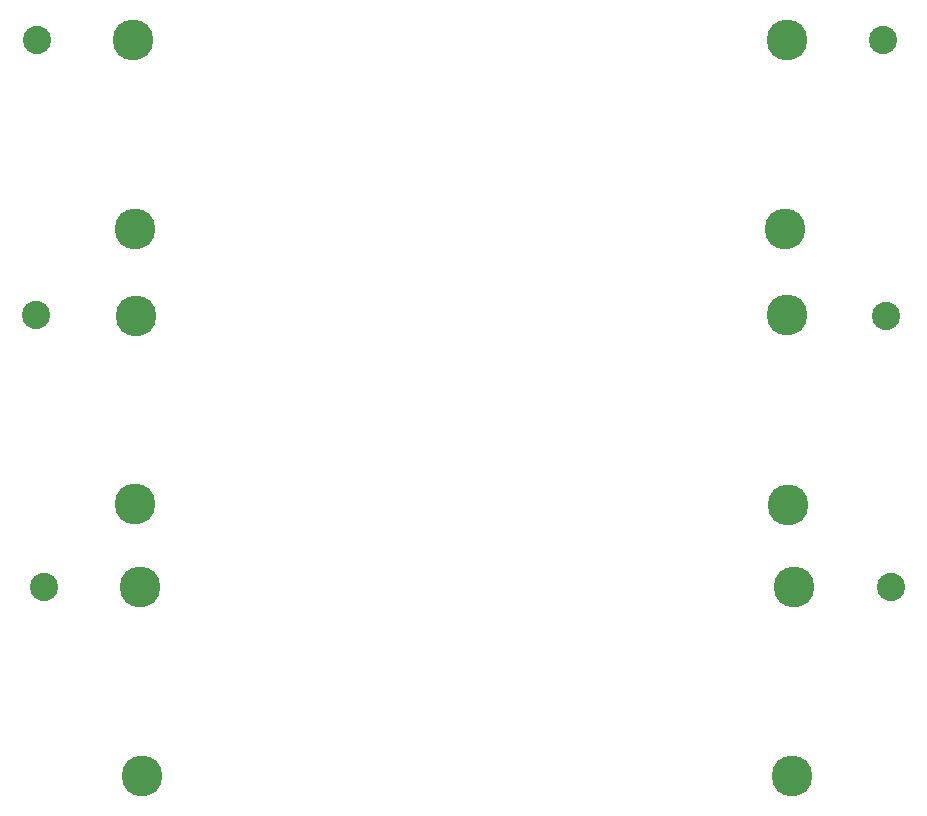
<source format=gbr>
%TF.GenerationSoftware,KiCad,Pcbnew,8.0.2-1*%
%TF.CreationDate,2024-08-29T11:45:23-05:00*%
%TF.ProjectId,BattBoard,42617474-426f-4617-9264-2e6b69636164,rev?*%
%TF.SameCoordinates,Original*%
%TF.FileFunction,NonPlated,1,2,NPTH,Drill*%
%TF.FilePolarity,Positive*%
%FSLAX46Y46*%
G04 Gerber Fmt 4.6, Leading zero omitted, Abs format (unit mm)*
G04 Created by KiCad (PCBNEW 8.0.2-1) date 2024-08-29 11:45:23*
%MOMM*%
%LPD*%
G01*
G04 APERTURE LIST*
%TA.AperFunction,ComponentDrill*%
%ADD10C,2.390000*%
%TD*%
%TA.AperFunction,ComponentDrill*%
%ADD11C,3.450000*%
%TD*%
G04 APERTURE END LIST*
D10*
%TO.C,KEYSTONE-2*%
X104799600Y-75800000D03*
%TO.C,KEYSTONE-1*%
X104844600Y-52500000D03*
%TO.C,KEYSTONE-3*%
X105449600Y-98825000D03*
%TO.C,KEYSTONE-4*%
X176509600Y-52525000D03*
%TO.C,KEYSTONE-5*%
X176759600Y-75900000D03*
%TO.C,KEYSTONE-6*%
X177159600Y-98850000D03*
D11*
%TO.C,KEYSTONE-4*%
X112979600Y-52525000D03*
%TO.C,KEYSTONE-2*%
X113129600Y-91800000D03*
%TO.C,KEYSTONE-1*%
X113174600Y-68500000D03*
%TO.C,KEYSTONE-5*%
X113229600Y-75900000D03*
%TO.C,KEYSTONE-6*%
X113629600Y-98850000D03*
%TO.C,KEYSTONE-3*%
X113779600Y-114825000D03*
%TO.C,KEYSTONE-4*%
X168179600Y-68525000D03*
%TO.C,KEYSTONE-2*%
X168329600Y-75800000D03*
%TO.C,KEYSTONE-1*%
X168374600Y-52500000D03*
%TO.C,KEYSTONE-5*%
X168429600Y-91900000D03*
%TO.C,KEYSTONE-6*%
X168829600Y-114850000D03*
%TO.C,KEYSTONE-3*%
X168979600Y-98825000D03*
M02*

</source>
